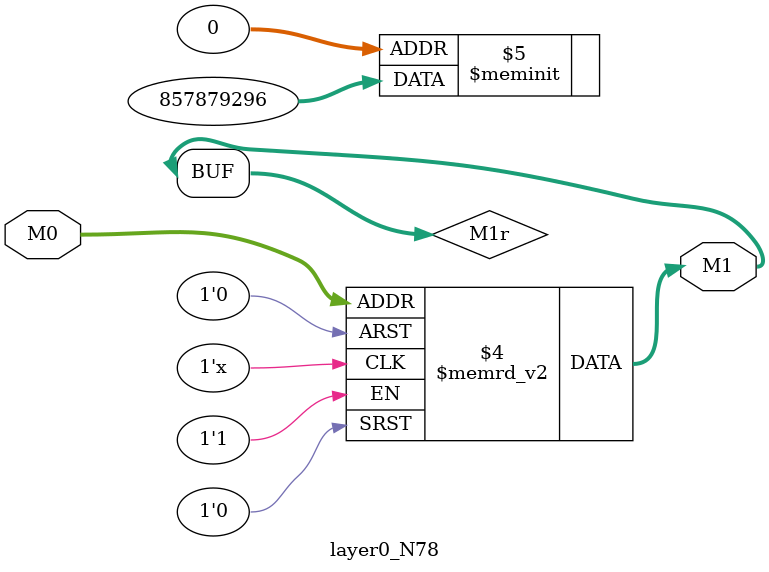
<source format=v>
module layer0_N78 ( input [3:0] M0, output [1:0] M1 );

	(*rom_style = "distributed" *) reg [1:0] M1r;
	assign M1 = M1r;
	always @ (M0) begin
		case (M0)
			4'b0000: M1r = 2'b00;
			4'b1000: M1r = 2'b10;
			4'b0100: M1r = 2'b11;
			4'b1100: M1r = 2'b11;
			4'b0010: M1r = 2'b00;
			4'b1010: M1r = 2'b10;
			4'b0110: M1r = 2'b11;
			4'b1110: M1r = 2'b11;
			4'b0001: M1r = 2'b00;
			4'b1001: M1r = 2'b00;
			4'b0101: M1r = 2'b00;
			4'b1101: M1r = 2'b00;
			4'b0011: M1r = 2'b00;
			4'b1011: M1r = 2'b00;
			4'b0111: M1r = 2'b00;
			4'b1111: M1r = 2'b00;

		endcase
	end
endmodule

</source>
